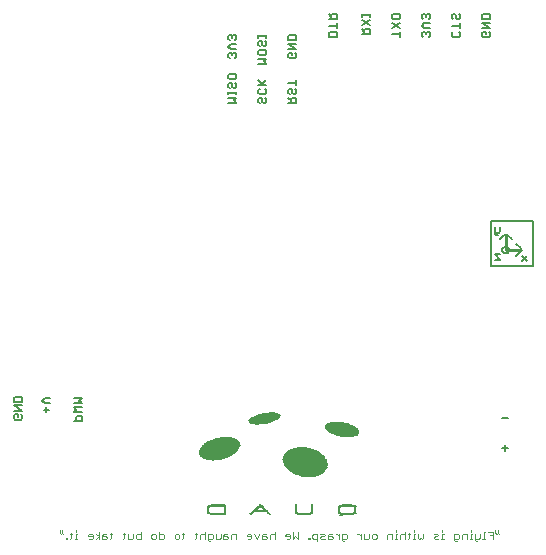
<source format=gbo>
G75*
G70*
%OFA0B0*%
%FSLAX24Y24*%
%IPPOS*%
%LPD*%
%AMOC8*
5,1,8,0,0,1.08239X$1,22.5*
%
%ADD10C,0.0100*%
%ADD11C,0.0050*%
%ADD12C,0.0040*%
%ADD13R,0.0060X0.0010*%
%ADD14R,0.0100X0.0010*%
%ADD15R,0.0130X0.0010*%
%ADD16R,0.0150X0.0010*%
%ADD17R,0.0040X0.0010*%
%ADD18R,0.0420X0.0010*%
%ADD19R,0.0340X0.0010*%
%ADD20R,0.0080X0.0010*%
%ADD21R,0.0490X0.0010*%
%ADD22R,0.0470X0.0010*%
%ADD23R,0.0440X0.0010*%
%ADD24R,0.0090X0.0010*%
%ADD25R,0.0540X0.0010*%
%ADD26R,0.0520X0.0010*%
%ADD27R,0.0510X0.0010*%
%ADD28R,0.0570X0.0010*%
%ADD29R,0.0560X0.0010*%
%ADD30R,0.0550X0.0010*%
%ADD31R,0.0590X0.0010*%
%ADD32R,0.0580X0.0010*%
%ADD33R,0.0600X0.0010*%
%ADD34R,0.0110X0.0010*%
%ADD35R,0.0120X0.0010*%
%ADD36R,0.0530X0.0010*%
%ADD37R,0.0140X0.0010*%
%ADD38R,0.0190X0.0010*%
%ADD39R,0.0170X0.0010*%
%ADD40R,0.0610X0.0010*%
%ADD41R,0.0480X0.0010*%
%ADD42R,0.0070X0.0010*%
%ADD43R,0.0310X0.0010*%
%ADD44R,0.0410X0.0010*%
%ADD45R,0.0500X0.0010*%
%ADD46R,0.0630X0.0010*%
%ADD47R,0.0690X0.0010*%
%ADD48R,0.0740X0.0010*%
%ADD49R,0.0800X0.0010*%
%ADD50R,0.0830X0.0010*%
%ADD51R,0.0870X0.0010*%
%ADD52R,0.0920X0.0010*%
%ADD53R,0.0940X0.0010*%
%ADD54R,0.0980X0.0010*%
%ADD55R,0.1010X0.0010*%
%ADD56R,0.1040X0.0010*%
%ADD57R,0.1060X0.0010*%
%ADD58R,0.1090X0.0010*%
%ADD59R,0.1130X0.0010*%
%ADD60R,0.1140X0.0010*%
%ADD61R,0.1160X0.0010*%
%ADD62R,0.1190X0.0010*%
%ADD63R,0.1210X0.0010*%
%ADD64R,0.1230X0.0010*%
%ADD65R,0.1260X0.0010*%
%ADD66R,0.1270X0.0010*%
%ADD67R,0.1290X0.0010*%
%ADD68R,0.1300X0.0010*%
%ADD69R,0.1320X0.0010*%
%ADD70R,0.1330X0.0010*%
%ADD71R,0.1350X0.0010*%
%ADD72R,0.1360X0.0010*%
%ADD73R,0.1380X0.0010*%
%ADD74R,0.1390X0.0010*%
%ADD75R,0.1400X0.0010*%
%ADD76R,0.1420X0.0010*%
%ADD77R,0.1430X0.0010*%
%ADD78R,0.1440X0.0010*%
%ADD79R,0.1450X0.0010*%
%ADD80R,0.1460X0.0010*%
%ADD81R,0.1470X0.0010*%
%ADD82R,0.0280X0.0010*%
%ADD83R,0.0400X0.0010*%
%ADD84R,0.0620X0.0010*%
%ADD85R,0.1410X0.0010*%
%ADD86R,0.0790X0.0010*%
%ADD87R,0.0820X0.0010*%
%ADD88R,0.1370X0.0010*%
%ADD89R,0.0900X0.0010*%
%ADD90R,0.0930X0.0010*%
%ADD91R,0.1340X0.0010*%
%ADD92R,0.0970X0.0010*%
%ADD93R,0.1000X0.0010*%
%ADD94R,0.1310X0.0010*%
%ADD95R,0.1030X0.0010*%
%ADD96R,0.1280X0.0010*%
%ADD97R,0.1070X0.0010*%
%ADD98R,0.1250X0.0010*%
%ADD99R,0.1120X0.0010*%
%ADD100R,0.1200X0.0010*%
%ADD101R,0.1170X0.0010*%
%ADD102R,0.1180X0.0010*%
%ADD103R,0.1220X0.0010*%
%ADD104R,0.1240X0.0010*%
%ADD105R,0.0860X0.0010*%
%ADD106R,0.0810X0.0010*%
%ADD107R,0.0770X0.0010*%
%ADD108R,0.0720X0.0010*%
%ADD109R,0.0660X0.0010*%
%ADD110R,0.0450X0.0010*%
%ADD111R,0.1150X0.0010*%
%ADD112R,0.1110X0.0010*%
%ADD113R,0.1100X0.0010*%
%ADD114R,0.1020X0.0010*%
%ADD115R,0.0990X0.0010*%
%ADD116R,0.0960X0.0010*%
%ADD117R,0.0780X0.0010*%
%ADD118R,0.0730X0.0010*%
%ADD119R,0.0680X0.0010*%
%ADD120R,0.0380X0.0010*%
%ADD121R,0.0260X0.0010*%
%ADD122R,0.0220X0.0010*%
%ADD123R,0.0360X0.0010*%
%ADD124R,0.0460X0.0010*%
%ADD125R,0.0710X0.0010*%
%ADD126R,0.0750X0.0010*%
%ADD127R,0.0880X0.0010*%
%ADD128R,0.0910X0.0010*%
%ADD129R,0.0950X0.0010*%
%ADD130R,0.1050X0.0010*%
%ADD131R,0.0890X0.0010*%
%ADD132R,0.0760X0.0010*%
%ADD133R,0.0160X0.0010*%
%ADD134R,0.0330X0.0010*%
%ADD135R,0.0670X0.0010*%
%ADD136R,0.0430X0.0010*%
%ADD137R,0.0390X0.0010*%
%ADD138R,0.0840X0.0010*%
%ADD139R,0.0850X0.0010*%
%ADD140R,0.0640X0.0010*%
%ADD141R,0.0010X0.0010*%
D10*
X019178Y010487D02*
X019678Y010487D01*
X019178Y010487D02*
X019178Y010987D01*
D11*
X019228Y010987D01*
X019378Y010837D01*
X019528Y010687D02*
X019678Y010537D01*
X019678Y010487D01*
X019678Y010437D01*
X019528Y010287D01*
X019723Y010292D02*
X019903Y010112D01*
X019903Y010292D02*
X019723Y010112D01*
X020078Y009937D02*
X020078Y011437D01*
X018678Y011437D01*
X018678Y009937D01*
X020078Y009937D01*
X019066Y010487D02*
X019068Y010508D01*
X019074Y010527D01*
X019083Y010546D01*
X019095Y010562D01*
X019111Y010576D01*
X019128Y010587D01*
X019147Y010595D01*
X019168Y010599D01*
X019188Y010599D01*
X019209Y010595D01*
X019228Y010587D01*
X019245Y010576D01*
X019261Y010562D01*
X019273Y010546D01*
X019282Y010527D01*
X019288Y010508D01*
X019290Y010487D01*
X019288Y010466D01*
X019282Y010447D01*
X019273Y010428D01*
X019261Y010412D01*
X019245Y010398D01*
X019228Y010387D01*
X019209Y010379D01*
X019188Y010375D01*
X019168Y010375D01*
X019147Y010379D01*
X019128Y010387D01*
X019111Y010398D01*
X019095Y010412D01*
X019083Y010428D01*
X019074Y010447D01*
X019068Y010466D01*
X019066Y010487D01*
X019003Y010342D02*
X018823Y010342D01*
X019003Y010162D01*
X018823Y010162D01*
X018978Y010837D02*
X019128Y010987D01*
X019178Y010987D01*
X019003Y011107D02*
X018958Y011062D01*
X018823Y011062D01*
X018823Y011017D02*
X018823Y011242D01*
X019003Y011242D02*
X019003Y011107D01*
X018913Y010972D02*
X018868Y010972D01*
X018823Y011017D01*
X019067Y004877D02*
X019247Y004877D01*
X019157Y003967D02*
X019157Y003787D01*
X019247Y003877D02*
X019067Y003877D01*
X012203Y015378D02*
X011933Y015378D01*
X012023Y015378D02*
X012023Y015513D01*
X012068Y015558D01*
X012158Y015558D01*
X012203Y015513D01*
X012203Y015378D01*
X012023Y015468D02*
X011933Y015558D01*
X011978Y015672D02*
X011933Y015717D01*
X011933Y015807D01*
X011978Y015853D01*
X012023Y015853D01*
X012068Y015807D01*
X012068Y015717D01*
X012113Y015672D01*
X012158Y015672D01*
X012203Y015717D01*
X012203Y015807D01*
X012158Y015853D01*
X012203Y015967D02*
X012203Y016147D01*
X012203Y016057D02*
X011933Y016057D01*
X011978Y016878D02*
X011933Y016923D01*
X011933Y017013D01*
X011978Y017058D01*
X012068Y017058D01*
X012068Y016968D01*
X012158Y017058D02*
X012203Y017013D01*
X012203Y016923D01*
X012158Y016878D01*
X011978Y016878D01*
X011933Y017172D02*
X012203Y017172D01*
X011933Y017353D01*
X012203Y017353D01*
X012203Y017467D02*
X012203Y017602D01*
X012158Y017647D01*
X011978Y017647D01*
X011933Y017602D01*
X011933Y017467D01*
X012203Y017467D01*
X011203Y017406D02*
X011203Y017316D01*
X011158Y017271D01*
X011113Y017271D01*
X011068Y017316D01*
X011068Y017406D01*
X011023Y017451D01*
X010978Y017451D01*
X010933Y017406D01*
X010933Y017316D01*
X010978Y017271D01*
X010978Y017156D02*
X011158Y017156D01*
X011203Y017111D01*
X011203Y017021D01*
X011158Y016976D01*
X010978Y016976D01*
X010933Y017021D01*
X010933Y017111D01*
X010978Y017156D01*
X011203Y017406D02*
X011158Y017451D01*
X011203Y017565D02*
X011203Y017655D01*
X011203Y017610D02*
X010933Y017610D01*
X010933Y017565D02*
X010933Y017655D01*
X010203Y017602D02*
X010203Y017512D01*
X010158Y017467D01*
X010203Y017353D02*
X010023Y017353D01*
X009933Y017262D01*
X010023Y017172D01*
X010203Y017172D01*
X010158Y017058D02*
X010113Y017058D01*
X010068Y017013D01*
X010023Y017058D01*
X009978Y017058D01*
X009933Y017013D01*
X009933Y016923D01*
X009978Y016878D01*
X010068Y016968D02*
X010068Y017013D01*
X010158Y017058D02*
X010203Y017013D01*
X010203Y016923D01*
X010158Y016878D01*
X010158Y016347D02*
X009978Y016347D01*
X009933Y016302D01*
X009933Y016212D01*
X009978Y016167D01*
X010158Y016167D01*
X010203Y016212D01*
X010203Y016302D01*
X010158Y016347D01*
X010158Y016053D02*
X010203Y016007D01*
X010203Y015917D01*
X010158Y015872D01*
X010113Y015872D01*
X010068Y015917D01*
X010068Y016007D01*
X010023Y016053D01*
X009978Y016053D01*
X009933Y016007D01*
X009933Y015917D01*
X009978Y015872D01*
X009933Y015766D02*
X009933Y015676D01*
X009933Y015721D02*
X010203Y015721D01*
X010203Y015676D02*
X010203Y015766D01*
X010203Y015561D02*
X009933Y015561D01*
X009933Y015381D02*
X010203Y015381D01*
X010113Y015471D01*
X010203Y015561D01*
X010933Y015513D02*
X010933Y015423D01*
X010978Y015378D01*
X011068Y015423D02*
X011068Y015513D01*
X011023Y015558D01*
X010978Y015558D01*
X010933Y015513D01*
X011068Y015423D02*
X011113Y015378D01*
X011158Y015378D01*
X011203Y015423D01*
X011203Y015513D01*
X011158Y015558D01*
X011158Y015672D02*
X010978Y015672D01*
X010933Y015717D01*
X010933Y015807D01*
X010978Y015853D01*
X011023Y015967D02*
X011203Y016147D01*
X011203Y015967D02*
X010933Y015967D01*
X011068Y016012D02*
X010933Y016147D01*
X011158Y015853D02*
X011203Y015807D01*
X011203Y015717D01*
X011158Y015672D01*
X011203Y016681D02*
X010933Y016681D01*
X010933Y016861D02*
X011203Y016861D01*
X011113Y016771D01*
X011203Y016681D01*
X010203Y017602D02*
X010158Y017647D01*
X010113Y017647D01*
X010068Y017602D01*
X010023Y017647D01*
X009978Y017647D01*
X009933Y017602D01*
X009933Y017512D01*
X009978Y017467D01*
X010068Y017557D02*
X010068Y017602D01*
X013283Y017578D02*
X013283Y017713D01*
X013328Y017758D01*
X013508Y017758D01*
X013553Y017713D01*
X013553Y017578D01*
X013283Y017578D01*
X013283Y017962D02*
X013553Y017962D01*
X013553Y017872D02*
X013553Y018053D01*
X013553Y018167D02*
X013553Y018302D01*
X013508Y018347D01*
X013418Y018347D01*
X013373Y018302D01*
X013373Y018167D01*
X013373Y018257D02*
X013283Y018347D01*
X013283Y018167D02*
X013553Y018167D01*
X014383Y018151D02*
X014653Y017971D01*
X014608Y017856D02*
X014518Y017856D01*
X014473Y017811D01*
X014473Y017676D01*
X014473Y017766D02*
X014383Y017856D01*
X014383Y017971D02*
X014653Y018151D01*
X014653Y018265D02*
X014653Y018355D01*
X014653Y018310D02*
X014383Y018310D01*
X014383Y018265D02*
X014383Y018355D01*
X014608Y017856D02*
X014653Y017811D01*
X014653Y017676D01*
X014383Y017676D01*
X015383Y017668D02*
X015653Y017668D01*
X015653Y017578D02*
X015653Y017758D01*
X015653Y017872D02*
X015383Y018053D01*
X015428Y018167D02*
X015383Y018212D01*
X015383Y018302D01*
X015428Y018347D01*
X015608Y018347D01*
X015653Y018302D01*
X015653Y018212D01*
X015608Y018167D01*
X015428Y018167D01*
X015653Y018053D02*
X015383Y017872D01*
X016383Y017962D02*
X016473Y018053D01*
X016653Y018053D01*
X016608Y018167D02*
X016653Y018212D01*
X016653Y018302D01*
X016608Y018347D01*
X016563Y018347D01*
X016518Y018302D01*
X016473Y018347D01*
X016428Y018347D01*
X016383Y018302D01*
X016383Y018212D01*
X016428Y018167D01*
X016518Y018257D02*
X016518Y018302D01*
X016383Y017962D02*
X016473Y017872D01*
X016653Y017872D01*
X016608Y017758D02*
X016563Y017758D01*
X016518Y017713D01*
X016473Y017758D01*
X016428Y017758D01*
X016383Y017713D01*
X016383Y017623D01*
X016428Y017578D01*
X016518Y017668D02*
X016518Y017713D01*
X016608Y017758D02*
X016653Y017713D01*
X016653Y017623D01*
X016608Y017578D01*
X017383Y017623D02*
X017383Y017713D01*
X017428Y017758D01*
X017383Y017623D02*
X017428Y017578D01*
X017608Y017578D01*
X017653Y017623D01*
X017653Y017713D01*
X017608Y017758D01*
X017653Y017872D02*
X017653Y018053D01*
X017653Y017962D02*
X017383Y017962D01*
X017428Y018167D02*
X017383Y018212D01*
X017383Y018302D01*
X017428Y018347D01*
X017473Y018347D01*
X017518Y018302D01*
X017518Y018212D01*
X017563Y018167D01*
X017608Y018167D01*
X017653Y018212D01*
X017653Y018302D01*
X017608Y018347D01*
X018383Y018302D02*
X018383Y018167D01*
X018653Y018167D01*
X018653Y018302D01*
X018608Y018347D01*
X018428Y018347D01*
X018383Y018302D01*
X018383Y018053D02*
X018653Y018053D01*
X018653Y017872D02*
X018383Y017872D01*
X018428Y017758D02*
X018518Y017758D01*
X018518Y017668D01*
X018608Y017758D02*
X018653Y017713D01*
X018653Y017623D01*
X018608Y017578D01*
X018428Y017578D01*
X018383Y017623D01*
X018383Y017713D01*
X018428Y017758D01*
X018653Y017872D02*
X018383Y018053D01*
X005053Y005547D02*
X004783Y005547D01*
X004783Y005367D02*
X005053Y005367D01*
X004963Y005457D01*
X005053Y005547D01*
X005053Y005253D02*
X004783Y005253D01*
X004873Y005162D01*
X004783Y005072D01*
X005053Y005072D01*
X005008Y004958D02*
X004918Y004958D01*
X004873Y004913D01*
X004873Y004778D01*
X004783Y004778D02*
X005053Y004778D01*
X005053Y004913D01*
X005008Y004958D01*
X004003Y005367D02*
X003823Y005367D01*
X003733Y005457D01*
X003823Y005547D01*
X004003Y005547D01*
X003868Y005253D02*
X003868Y005072D01*
X003958Y005162D02*
X003778Y005162D01*
X003053Y005122D02*
X002783Y005303D01*
X003053Y005303D01*
X003053Y005417D02*
X002783Y005417D01*
X002783Y005552D01*
X002828Y005597D01*
X003008Y005597D01*
X003053Y005552D01*
X003053Y005417D01*
X003053Y005122D02*
X002783Y005122D01*
X002828Y005008D02*
X002918Y005008D01*
X002918Y004918D01*
X003008Y005008D02*
X003053Y004963D01*
X003053Y004873D01*
X003008Y004828D01*
X002828Y004828D01*
X002783Y004873D01*
X002783Y004963D01*
X002828Y005008D01*
D12*
X004314Y001057D02*
X004354Y001017D01*
X004394Y001057D02*
X004434Y001017D01*
X004394Y001057D02*
X004394Y001137D01*
X004314Y001137D02*
X004314Y001057D01*
X004523Y000897D02*
X004523Y000857D01*
X004563Y000857D01*
X004563Y000897D01*
X004523Y000897D01*
X004655Y000857D02*
X004695Y000897D01*
X004695Y001057D01*
X004735Y001017D02*
X004655Y001017D01*
X004867Y001017D02*
X004867Y000857D01*
X004907Y000857D02*
X004826Y000857D01*
X004867Y001017D02*
X004907Y001017D01*
X004867Y001097D02*
X004867Y001137D01*
X005262Y000977D02*
X005262Y000937D01*
X005422Y000937D01*
X005422Y000977D02*
X005382Y001017D01*
X005302Y001017D01*
X005262Y000977D01*
X005302Y000857D02*
X005382Y000857D01*
X005422Y000897D01*
X005422Y000977D01*
X005517Y001017D02*
X005637Y000937D01*
X005517Y000857D01*
X005637Y000857D02*
X005637Y001097D01*
X005735Y000977D02*
X005735Y000857D01*
X005855Y000857D01*
X005895Y000897D01*
X005855Y000937D01*
X005735Y000937D01*
X005735Y000977D02*
X005775Y001017D01*
X005855Y001017D01*
X005987Y001017D02*
X006067Y001017D01*
X006027Y001057D02*
X006027Y000897D01*
X005987Y000857D01*
X006416Y000857D02*
X006456Y000897D01*
X006456Y001057D01*
X006496Y001017D02*
X006416Y001017D01*
X006594Y001017D02*
X006594Y000857D01*
X006714Y000857D01*
X006754Y000897D01*
X006754Y001017D01*
X006852Y000977D02*
X006892Y001017D01*
X007012Y001017D01*
X007012Y001097D02*
X007012Y000857D01*
X006892Y000857D01*
X006852Y000897D01*
X006852Y000977D01*
X007368Y000977D02*
X007408Y001017D01*
X007488Y001017D01*
X007528Y000977D01*
X007528Y000897D01*
X007488Y000857D01*
X007408Y000857D01*
X007368Y000897D01*
X007368Y000977D01*
X007625Y001017D02*
X007745Y001017D01*
X007786Y000977D01*
X007786Y000897D01*
X007745Y000857D01*
X007625Y000857D01*
X007625Y001097D01*
X008141Y000977D02*
X008181Y001017D01*
X008261Y001017D01*
X008301Y000977D01*
X008301Y000897D01*
X008261Y000857D01*
X008181Y000857D01*
X008141Y000897D01*
X008141Y000977D01*
X008393Y001017D02*
X008473Y001017D01*
X008433Y001057D02*
X008433Y000897D01*
X008393Y000857D01*
X008823Y000857D02*
X008863Y000897D01*
X008863Y001057D01*
X008903Y001017D02*
X008823Y001017D01*
X009000Y000977D02*
X009000Y000857D01*
X009000Y000977D02*
X009040Y001017D01*
X009121Y001017D01*
X009161Y000977D01*
X009258Y001017D02*
X009258Y000817D01*
X009298Y000777D01*
X009338Y000777D01*
X009378Y000857D02*
X009258Y000857D01*
X009161Y000857D02*
X009161Y001097D01*
X009258Y001017D02*
X009378Y001017D01*
X009418Y000977D01*
X009418Y000897D01*
X009378Y000857D01*
X009516Y000857D02*
X009516Y001017D01*
X009676Y001017D02*
X009676Y000897D01*
X009636Y000857D01*
X009516Y000857D01*
X009774Y000857D02*
X009774Y000977D01*
X009814Y001017D01*
X009894Y001017D01*
X009894Y000937D02*
X009774Y000937D01*
X009774Y000857D02*
X009894Y000857D01*
X009934Y000897D01*
X009894Y000937D01*
X010032Y000977D02*
X010032Y000857D01*
X010032Y000977D02*
X010072Y001017D01*
X010192Y001017D01*
X010192Y000857D01*
X010547Y000937D02*
X010707Y000937D01*
X010707Y000977D02*
X010667Y001017D01*
X010587Y001017D01*
X010547Y000977D01*
X010547Y000937D01*
X010587Y000857D02*
X010667Y000857D01*
X010707Y000897D01*
X010707Y000977D01*
X010805Y001017D02*
X010885Y000857D01*
X010965Y001017D01*
X011063Y000977D02*
X011063Y000857D01*
X011183Y000857D01*
X011223Y000897D01*
X011183Y000937D01*
X011063Y000937D01*
X011063Y000977D02*
X011103Y001017D01*
X011183Y001017D01*
X011321Y000977D02*
X011321Y000857D01*
X011321Y000977D02*
X011361Y001017D01*
X011441Y001017D01*
X011481Y000977D01*
X011481Y001097D02*
X011481Y000857D01*
X011836Y000937D02*
X011997Y000937D01*
X011997Y000977D02*
X011957Y001017D01*
X011876Y001017D01*
X011836Y000977D01*
X011836Y000937D01*
X011876Y000857D02*
X011957Y000857D01*
X011997Y000897D01*
X011997Y000977D01*
X012094Y000857D02*
X012094Y001097D01*
X012254Y001097D02*
X012254Y000857D01*
X012174Y000937D01*
X012094Y000857D01*
X012601Y000857D02*
X012641Y000857D01*
X012641Y000897D01*
X012601Y000897D01*
X012601Y000857D01*
X012739Y000897D02*
X012779Y000857D01*
X012899Y000857D01*
X012899Y000777D02*
X012899Y001017D01*
X012779Y001017D01*
X012739Y000977D01*
X012739Y000897D01*
X012997Y000897D02*
X013037Y000857D01*
X013157Y000857D01*
X013117Y000937D02*
X013157Y000977D01*
X013117Y001017D01*
X012997Y001017D01*
X013037Y000937D02*
X013117Y000937D01*
X013037Y000937D02*
X012997Y000897D01*
X013254Y000937D02*
X013375Y000937D01*
X013415Y000897D01*
X013375Y000857D01*
X013254Y000857D01*
X013254Y000977D01*
X013294Y001017D01*
X013375Y001017D01*
X013509Y001017D02*
X013549Y001017D01*
X013629Y000937D01*
X013629Y000857D02*
X013629Y001017D01*
X013727Y001017D02*
X013727Y000817D01*
X013767Y000777D01*
X013807Y000777D01*
X013847Y000857D02*
X013727Y000857D01*
X013847Y000857D02*
X013887Y000897D01*
X013887Y000977D01*
X013847Y001017D01*
X013727Y001017D01*
X014240Y001017D02*
X014280Y001017D01*
X014360Y000937D01*
X014360Y000857D02*
X014360Y001017D01*
X014458Y001017D02*
X014458Y000857D01*
X014578Y000857D01*
X014618Y000897D01*
X014618Y001017D01*
X014715Y000977D02*
X014755Y001017D01*
X014836Y001017D01*
X014876Y000977D01*
X014876Y000897D01*
X014836Y000857D01*
X014755Y000857D01*
X014715Y000897D01*
X014715Y000977D01*
X015231Y000977D02*
X015231Y000857D01*
X015231Y000977D02*
X015271Y001017D01*
X015391Y001017D01*
X015391Y000857D01*
X015483Y000857D02*
X015563Y000857D01*
X015523Y000857D02*
X015523Y001017D01*
X015563Y001017D01*
X015523Y001097D02*
X015523Y001137D01*
X015661Y000977D02*
X015661Y000857D01*
X015661Y000977D02*
X015701Y001017D01*
X015781Y001017D01*
X015821Y000977D01*
X015913Y001017D02*
X015993Y001017D01*
X015953Y001057D02*
X015953Y000897D01*
X015913Y000857D01*
X015821Y000857D02*
X015821Y001097D01*
X016125Y001097D02*
X016125Y001137D01*
X016125Y001017D02*
X016125Y000857D01*
X016165Y000857D02*
X016085Y000857D01*
X016125Y001017D02*
X016165Y001017D01*
X016262Y001017D02*
X016262Y000897D01*
X016302Y000857D01*
X016342Y000897D01*
X016382Y000857D01*
X016422Y000897D01*
X016422Y001017D01*
X016778Y001017D02*
X016898Y001017D01*
X016938Y000977D01*
X016898Y000937D01*
X016818Y000937D01*
X016778Y000897D01*
X016818Y000857D01*
X016938Y000857D01*
X017030Y000857D02*
X017110Y000857D01*
X017070Y000857D02*
X017070Y001017D01*
X017110Y001017D01*
X017070Y001097D02*
X017070Y001137D01*
X017466Y001017D02*
X017466Y000817D01*
X017506Y000777D01*
X017546Y000777D01*
X017586Y000857D02*
X017466Y000857D01*
X017586Y000857D02*
X017626Y000897D01*
X017626Y000977D01*
X017586Y001017D01*
X017466Y001017D01*
X017723Y000977D02*
X017723Y000857D01*
X017723Y000977D02*
X017763Y001017D01*
X017883Y001017D01*
X017883Y000857D01*
X017975Y000857D02*
X018055Y000857D01*
X018015Y000857D02*
X018015Y001017D01*
X018055Y001017D01*
X018015Y001097D02*
X018015Y001137D01*
X018153Y001017D02*
X018153Y000817D01*
X018193Y000777D01*
X018233Y000777D01*
X018273Y000857D02*
X018153Y000857D01*
X018273Y000857D02*
X018313Y000897D01*
X018313Y001017D01*
X018445Y001097D02*
X018445Y000857D01*
X018485Y000857D02*
X018405Y000857D01*
X018663Y000977D02*
X018743Y000977D01*
X018743Y001097D02*
X018583Y001097D01*
X018485Y001097D02*
X018445Y001097D01*
X018743Y001097D02*
X018743Y000857D01*
X018878Y001017D02*
X018838Y001057D01*
X018838Y001137D01*
X018918Y001137D02*
X018918Y001057D01*
X018958Y001017D01*
D13*
X013673Y001607D03*
X012723Y001967D03*
X011313Y001647D03*
D14*
X011183Y001787D03*
X011173Y001797D03*
X011163Y001807D03*
X011153Y001817D03*
X011143Y001827D03*
X011133Y001837D03*
X011123Y001847D03*
X011113Y001857D03*
X011103Y001867D03*
X011093Y001877D03*
X011083Y001887D03*
X011073Y001897D03*
X011063Y001907D03*
X010953Y001907D03*
X010943Y001897D03*
X010933Y001887D03*
X010923Y001877D03*
X010913Y001867D03*
X010903Y001857D03*
X010893Y001847D03*
X010763Y001727D03*
X010753Y001717D03*
X010743Y001707D03*
X010733Y001697D03*
X010723Y001687D03*
X010713Y001677D03*
X010703Y001667D03*
X009283Y001707D03*
X009283Y001907D03*
X012213Y001707D03*
X012713Y001707D03*
X013653Y001907D03*
X013683Y001617D03*
X014163Y001707D03*
X014163Y001907D03*
D15*
X013688Y001627D03*
X011008Y001947D03*
X009298Y001917D03*
D16*
X011008Y001937D03*
X013708Y001637D03*
D17*
X010693Y001637D03*
X009423Y003457D03*
D18*
X013873Y001647D03*
D19*
X013903Y001967D03*
X012473Y001647D03*
X012383Y003867D03*
X011363Y005027D03*
D20*
X011003Y001967D03*
X011243Y001727D03*
X011253Y001717D03*
X011263Y001707D03*
X011273Y001697D03*
X011283Y001687D03*
X011293Y001677D03*
X011303Y001667D03*
X011313Y001657D03*
X010693Y001647D03*
X009273Y001727D03*
X009273Y001737D03*
X009273Y001747D03*
X009273Y001757D03*
X009273Y001767D03*
X009273Y001777D03*
X009273Y001787D03*
X009273Y001797D03*
X009273Y001807D03*
X009273Y001817D03*
X009273Y001827D03*
X009273Y001837D03*
X009273Y001847D03*
X009273Y001857D03*
X009273Y001867D03*
X009273Y001877D03*
X009273Y001887D03*
X012723Y001957D03*
X013643Y001717D03*
D21*
X010998Y001767D03*
X009598Y001647D03*
X009438Y003487D03*
D22*
X013898Y001657D03*
D23*
X012473Y001657D03*
X011353Y005017D03*
D24*
X012198Y001957D03*
X012198Y001947D03*
X012198Y001937D03*
X012198Y001927D03*
X012198Y001917D03*
X012198Y001907D03*
X012198Y001897D03*
X012198Y001887D03*
X012198Y001877D03*
X012198Y001867D03*
X012198Y001857D03*
X012198Y001847D03*
X012198Y001837D03*
X012198Y001827D03*
X012198Y001817D03*
X012198Y001807D03*
X012198Y001797D03*
X012198Y001787D03*
X012198Y001777D03*
X012198Y001767D03*
X012198Y001757D03*
X012198Y001747D03*
X012198Y001737D03*
X012198Y001727D03*
X012208Y001717D03*
X012718Y001717D03*
X012728Y001727D03*
X012728Y001737D03*
X012728Y001747D03*
X012728Y001757D03*
X012728Y001767D03*
X012728Y001777D03*
X012728Y001787D03*
X012728Y001797D03*
X012728Y001807D03*
X012728Y001817D03*
X012728Y001827D03*
X012728Y001837D03*
X012728Y001847D03*
X012728Y001857D03*
X012728Y001867D03*
X012728Y001877D03*
X012728Y001887D03*
X012728Y001897D03*
X012728Y001907D03*
X012728Y001917D03*
X012728Y001927D03*
X012728Y001937D03*
X012728Y001947D03*
X013638Y001887D03*
X013638Y001877D03*
X013638Y001867D03*
X013638Y001857D03*
X013638Y001847D03*
X013638Y001837D03*
X013638Y001827D03*
X013638Y001817D03*
X013638Y001807D03*
X013638Y001797D03*
X013638Y001787D03*
X013638Y001777D03*
X013638Y001767D03*
X013638Y001757D03*
X013638Y001747D03*
X013638Y001737D03*
X013638Y001727D03*
X013648Y001707D03*
X013648Y001897D03*
X014168Y001897D03*
X014168Y001887D03*
X014168Y001877D03*
X014168Y001867D03*
X014168Y001857D03*
X014168Y001847D03*
X014168Y001837D03*
X014168Y001827D03*
X014168Y001817D03*
X014168Y001807D03*
X014168Y001797D03*
X014168Y001787D03*
X014168Y001777D03*
X014168Y001767D03*
X014168Y001757D03*
X014168Y001747D03*
X014168Y001737D03*
X014168Y001727D03*
X014168Y001717D03*
X010698Y001657D03*
X009808Y001697D03*
X009808Y001707D03*
X009808Y001717D03*
X009808Y001727D03*
X009808Y001737D03*
X009808Y001747D03*
X009808Y001757D03*
X009808Y001767D03*
X009808Y001777D03*
X009808Y001787D03*
X009808Y001797D03*
X009808Y001807D03*
X009808Y001817D03*
X009808Y001827D03*
X009808Y001837D03*
X009808Y001847D03*
X009808Y001857D03*
X009808Y001867D03*
X009808Y001877D03*
X009808Y001887D03*
X009808Y001897D03*
X009808Y001907D03*
X009808Y001917D03*
X009278Y001897D03*
X009278Y001717D03*
D25*
X009583Y001657D03*
X011333Y005007D03*
D26*
X010933Y004687D03*
X013903Y001667D03*
D27*
X012468Y001667D03*
X010998Y001757D03*
D28*
X009568Y001667D03*
X012468Y001687D03*
D29*
X013903Y001677D03*
X013903Y001937D03*
X013553Y004697D03*
X009843Y004187D03*
X009443Y003497D03*
D30*
X009578Y001957D03*
X010998Y001737D03*
X012468Y001677D03*
X013898Y004267D03*
D31*
X011328Y004997D03*
X009558Y001677D03*
D32*
X009563Y001947D03*
X010943Y004697D03*
X012613Y002937D03*
X013903Y001927D03*
X013903Y001687D03*
D33*
X012393Y003837D03*
X009553Y001937D03*
X009553Y001687D03*
D34*
X010818Y001777D03*
X010828Y001787D03*
X010838Y001797D03*
X010848Y001807D03*
X010858Y001817D03*
X010868Y001827D03*
X010878Y001837D03*
X011008Y001957D03*
X011188Y001777D03*
X012228Y001697D03*
X014148Y001697D03*
D35*
X014143Y001917D03*
X013663Y001697D03*
X012703Y001697D03*
X009303Y001697D03*
D36*
X010998Y001747D03*
X012388Y003847D03*
X013908Y001947D03*
D37*
X013673Y001917D03*
D38*
X011008Y001917D03*
X011378Y005037D03*
D39*
X012378Y003877D03*
X011008Y001927D03*
D40*
X009548Y001927D03*
X013888Y004277D03*
D41*
X013543Y004707D03*
X013903Y001957D03*
X009853Y004197D03*
X009603Y001967D03*
D42*
X012198Y001967D03*
D43*
X012618Y002907D03*
D44*
X012618Y002917D03*
D45*
X012613Y002927D03*
D46*
X012608Y002947D03*
X010958Y004707D03*
D47*
X009458Y003517D03*
X012608Y002957D03*
D48*
X012603Y002967D03*
X009463Y003527D03*
D49*
X012603Y002977D03*
X013593Y004647D03*
D50*
X013598Y004637D03*
X013848Y004327D03*
X012598Y002987D03*
D51*
X012598Y002997D03*
X011058Y004787D03*
X009478Y003557D03*
D52*
X011113Y004827D03*
X011123Y004837D03*
X011133Y004847D03*
X011153Y004857D03*
X011163Y004867D03*
X012593Y003007D03*
X013623Y004607D03*
D53*
X013633Y004597D03*
X012593Y003017D03*
D54*
X012593Y003027D03*
X013793Y004397D03*
D55*
X013778Y004417D03*
X013668Y004557D03*
X012588Y003037D03*
D56*
X012583Y003047D03*
X012413Y003737D03*
X013693Y004517D03*
X013713Y004497D03*
X013753Y004447D03*
X013763Y004437D03*
X009773Y004067D03*
X009513Y003617D03*
D57*
X012583Y003057D03*
D58*
X012578Y003067D03*
X012418Y003717D03*
X009528Y003637D03*
D59*
X009538Y003657D03*
X009748Y004027D03*
X012578Y003077D03*
D60*
X012573Y003087D03*
X012423Y003697D03*
D61*
X012573Y003097D03*
X009543Y003667D03*
D62*
X009728Y003987D03*
X012428Y003677D03*
X012568Y003107D03*
D63*
X012568Y003117D03*
X009568Y003707D03*
D64*
X009578Y003727D03*
X009718Y003967D03*
X012438Y003657D03*
X012568Y003127D03*
D65*
X012563Y003137D03*
X009693Y003927D03*
X009593Y003757D03*
D66*
X009598Y003767D03*
X009608Y003777D03*
X009688Y003917D03*
X012438Y003637D03*
X012558Y003147D03*
D67*
X012558Y003157D03*
X009668Y003877D03*
X009658Y003867D03*
X009648Y003847D03*
X009638Y003827D03*
X009628Y003817D03*
X009628Y003807D03*
X009618Y003797D03*
D68*
X009643Y003837D03*
X009653Y003857D03*
X012443Y003617D03*
X012553Y003167D03*
D69*
X012553Y003177D03*
D70*
X012548Y003187D03*
X012448Y003597D03*
D71*
X012548Y003197D03*
D72*
X012543Y003207D03*
X012543Y003217D03*
X012453Y003577D03*
D73*
X012463Y003547D03*
X012543Y003227D03*
D74*
X012538Y003237D03*
D75*
X012533Y003247D03*
X012533Y003257D03*
X012463Y003537D03*
D76*
X012473Y003507D03*
X012473Y003497D03*
X012533Y003267D03*
D77*
X012528Y003277D03*
X012528Y003287D03*
X012478Y003477D03*
D78*
X012473Y003487D03*
X012483Y003467D03*
X012523Y003307D03*
X012523Y003297D03*
D79*
X012518Y003317D03*
X012518Y003327D03*
X012488Y003437D03*
X012488Y003447D03*
X012478Y003457D03*
D80*
X012493Y003427D03*
X012493Y003417D03*
X012493Y003407D03*
X012503Y003377D03*
X012503Y003367D03*
X012513Y003347D03*
X012513Y003337D03*
D81*
X012508Y003357D03*
X012498Y003387D03*
X012498Y003397D03*
D82*
X009423Y003467D03*
D83*
X009433Y003477D03*
D84*
X009453Y003507D03*
X009843Y004177D03*
X013563Y004687D03*
D85*
X012468Y003527D03*
X012468Y003517D03*
D86*
X013858Y004317D03*
X011268Y004947D03*
X011008Y004747D03*
X009468Y003537D03*
D87*
X009473Y003547D03*
X009813Y004137D03*
X011253Y004937D03*
D88*
X012458Y003567D03*
X012458Y003557D03*
D89*
X012403Y003777D03*
X011083Y004807D03*
X009803Y004117D03*
X009483Y003567D03*
D90*
X009488Y003577D03*
X009798Y004107D03*
X012408Y003767D03*
X013818Y004367D03*
D91*
X012453Y003587D03*
D92*
X012408Y003757D03*
X013648Y004577D03*
X013798Y004387D03*
X009498Y003587D03*
D93*
X009503Y003597D03*
X012413Y003747D03*
X013783Y004407D03*
D94*
X012448Y003607D03*
D95*
X013688Y004527D03*
X013768Y004427D03*
X009508Y003607D03*
D96*
X009613Y003787D03*
X009673Y003887D03*
X009673Y003897D03*
X009683Y003907D03*
X012443Y003627D03*
D97*
X012418Y003727D03*
X009768Y004057D03*
X009518Y003627D03*
D98*
X009588Y003747D03*
X009698Y003937D03*
X012438Y003647D03*
D99*
X012423Y003707D03*
X009533Y003647D03*
D100*
X009563Y003697D03*
X009723Y003977D03*
X012433Y003667D03*
D101*
X012428Y003687D03*
X009738Y004007D03*
X009548Y003677D03*
D102*
X009553Y003687D03*
X009733Y003997D03*
D103*
X009573Y003717D03*
D104*
X009583Y003737D03*
X009703Y003947D03*
X009713Y003957D03*
D105*
X009813Y004127D03*
X011043Y004777D03*
X011223Y004917D03*
X012403Y003787D03*
X013613Y004627D03*
X013843Y004337D03*
D106*
X012398Y003797D03*
X011018Y004757D03*
D107*
X011278Y004957D03*
X012398Y003807D03*
D108*
X012393Y003817D03*
X011293Y004967D03*
X010983Y004727D03*
D109*
X012393Y003827D03*
X013883Y004287D03*
D110*
X012388Y003857D03*
D111*
X009748Y004017D03*
D112*
X009758Y004037D03*
D113*
X009763Y004047D03*
D114*
X009783Y004077D03*
X013673Y004547D03*
X013683Y004537D03*
D115*
X013658Y004567D03*
X009788Y004087D03*
D116*
X009793Y004097D03*
X013643Y004587D03*
D117*
X009823Y004147D03*
D118*
X009828Y004157D03*
D119*
X009833Y004167D03*
X010973Y004717D03*
X011303Y004977D03*
D120*
X009853Y004207D03*
D121*
X009863Y004217D03*
X013533Y004727D03*
D122*
X013923Y004237D03*
D123*
X013913Y004247D03*
D124*
X013903Y004257D03*
D125*
X013878Y004297D03*
X013578Y004667D03*
D126*
X013868Y004307D03*
D127*
X013833Y004347D03*
X011213Y004907D03*
D128*
X011188Y004887D03*
X011178Y004877D03*
X011098Y004817D03*
X013828Y004357D03*
D129*
X013808Y004377D03*
D130*
X013748Y004457D03*
X013738Y004467D03*
X013728Y004477D03*
X013718Y004487D03*
X013708Y004507D03*
D131*
X013618Y004617D03*
X011198Y004897D03*
X011068Y004797D03*
D132*
X010993Y004737D03*
X013583Y004657D03*
D133*
X010893Y004657D03*
D134*
X010908Y004667D03*
D135*
X013568Y004677D03*
D136*
X010918Y004677D03*
D137*
X013538Y004717D03*
D138*
X011033Y004767D03*
D139*
X011238Y004927D03*
D140*
X011313Y004987D03*
D141*
X011488Y005037D03*
M02*

</source>
